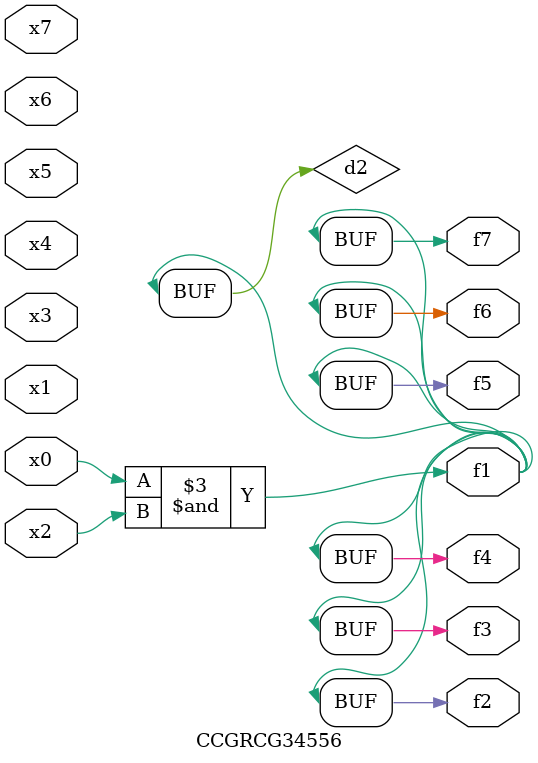
<source format=v>
module CCGRCG34556(
	input x0, x1, x2, x3, x4, x5, x6, x7,
	output f1, f2, f3, f4, f5, f6, f7
);

	wire d1, d2;

	nor (d1, x3, x6);
	and (d2, x0, x2);
	assign f1 = d2;
	assign f2 = d2;
	assign f3 = d2;
	assign f4 = d2;
	assign f5 = d2;
	assign f6 = d2;
	assign f7 = d2;
endmodule

</source>
